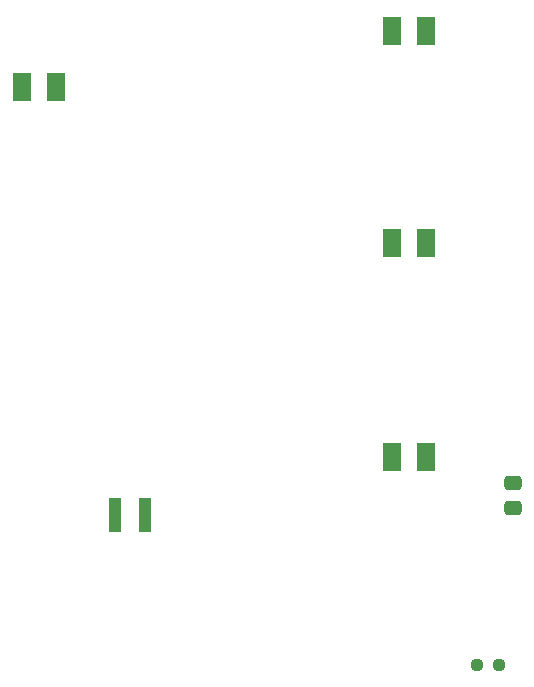
<source format=gbr>
%TF.GenerationSoftware,KiCad,Pcbnew,(7.0.0)*%
%TF.CreationDate,2023-03-15T21:07:42-04:00*%
%TF.ProjectId,headunit_controls,68656164-756e-4697-945f-636f6e74726f,rev?*%
%TF.SameCoordinates,Original*%
%TF.FileFunction,Paste,Top*%
%TF.FilePolarity,Positive*%
%FSLAX46Y46*%
G04 Gerber Fmt 4.6, Leading zero omitted, Abs format (unit mm)*
G04 Created by KiCad (PCBNEW (7.0.0)) date 2023-03-15 21:07:42*
%MOMM*%
%LPD*%
G01*
G04 APERTURE LIST*
G04 Aperture macros list*
%AMRoundRect*
0 Rectangle with rounded corners*
0 $1 Rounding radius*
0 $2 $3 $4 $5 $6 $7 $8 $9 X,Y pos of 4 corners*
0 Add a 4 corners polygon primitive as box body*
4,1,4,$2,$3,$4,$5,$6,$7,$8,$9,$2,$3,0*
0 Add four circle primitives for the rounded corners*
1,1,$1+$1,$2,$3*
1,1,$1+$1,$4,$5*
1,1,$1+$1,$6,$7*
1,1,$1+$1,$8,$9*
0 Add four rect primitives between the rounded corners*
20,1,$1+$1,$2,$3,$4,$5,0*
20,1,$1+$1,$4,$5,$6,$7,0*
20,1,$1+$1,$6,$7,$8,$9,0*
20,1,$1+$1,$8,$9,$2,$3,0*%
G04 Aperture macros list end*
%ADD10R,1.600000X2.400000*%
%ADD11RoundRect,0.250000X0.475000X-0.337500X0.475000X0.337500X-0.475000X0.337500X-0.475000X-0.337500X0*%
%ADD12RoundRect,0.237500X0.250000X0.237500X-0.250000X0.237500X-0.250000X-0.237500X0.250000X-0.237500X0*%
%ADD13R,1.100000X2.850000*%
G04 APERTURE END LIST*
D10*
%TO.C,BAS_LED*%
X138246999Y-120599999D03*
X135396999Y-120599999D03*
%TD*%
%TO.C,TRE_LED*%
X138246999Y-156649999D03*
X135396999Y-156649999D03*
%TD*%
D11*
%TO.C,C1*%
X145600000Y-161000000D03*
X145600000Y-158925000D03*
%TD*%
D12*
%TO.C,R1*%
X144450000Y-174300000D03*
X142625000Y-174300000D03*
%TD*%
D10*
%TO.C,Vol_Text_LED*%
X104074999Y-125399999D03*
X106924999Y-125399999D03*
%TD*%
D13*
%TO.C,Vol_Knob_LED*%
X111942999Y-161632999D03*
X114482999Y-161632999D03*
%TD*%
D10*
%TO.C,FAD_LED*%
X138246999Y-138549999D03*
X135396999Y-138549999D03*
%TD*%
M02*

</source>
